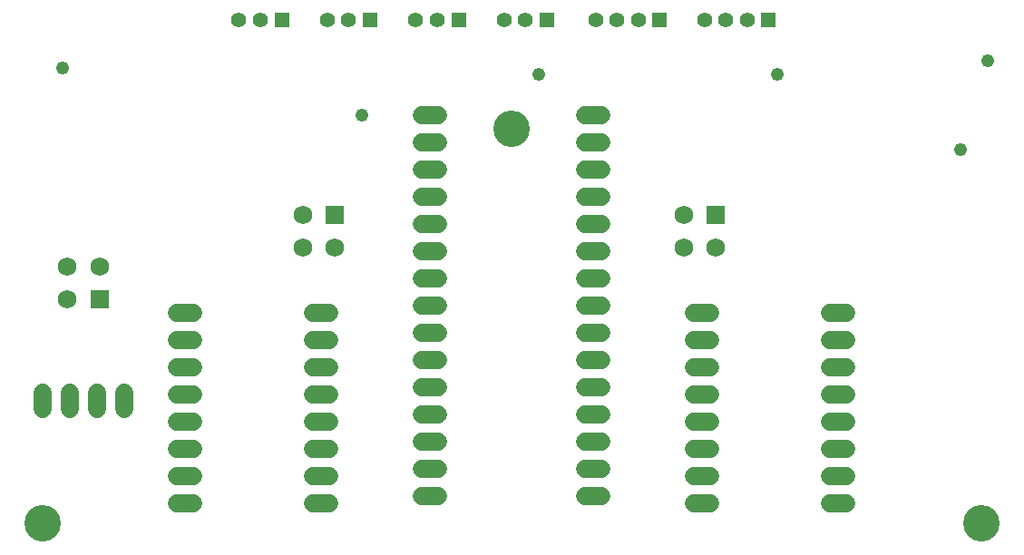
<source format=gbs>
G75*
%MOIN*%
%OFA0B0*%
%FSLAX25Y25*%
%IPPOS*%
%LPD*%
%AMOC8*
5,1,8,0,0,1.08239X$1,22.5*
%
%ADD10C,0.13398*%
%ADD11C,0.06800*%
%ADD12R,0.06824X0.06824*%
%ADD13C,0.06824*%
%ADD14R,0.05600X0.05600*%
%ADD15C,0.05600*%
%ADD16C,0.04762*%
D10*
X0016800Y0014300D03*
X0189300Y0159300D03*
X0361800Y0014300D03*
D11*
X0312300Y0021800D02*
X0306300Y0021800D01*
X0306300Y0031800D02*
X0312300Y0031800D01*
X0312300Y0041800D02*
X0306300Y0041800D01*
X0306300Y0051800D02*
X0312300Y0051800D01*
X0312300Y0061800D02*
X0306300Y0061800D01*
X0306300Y0071800D02*
X0312300Y0071800D01*
X0312300Y0081800D02*
X0306300Y0081800D01*
X0306300Y0091800D02*
X0312300Y0091800D01*
X0262300Y0091800D02*
X0256300Y0091800D01*
X0256300Y0081800D02*
X0262300Y0081800D01*
X0262300Y0071800D02*
X0256300Y0071800D01*
X0256300Y0061800D02*
X0262300Y0061800D01*
X0262300Y0051800D02*
X0256300Y0051800D01*
X0256300Y0041800D02*
X0262300Y0041800D01*
X0262300Y0031800D02*
X0256300Y0031800D01*
X0256300Y0021800D02*
X0262300Y0021800D01*
X0222300Y0024300D02*
X0216300Y0024300D01*
X0216300Y0034300D02*
X0222300Y0034300D01*
X0222300Y0044300D02*
X0216300Y0044300D01*
X0216300Y0054300D02*
X0222300Y0054300D01*
X0222300Y0064300D02*
X0216300Y0064300D01*
X0216300Y0074300D02*
X0222300Y0074300D01*
X0222300Y0084300D02*
X0216300Y0084300D01*
X0216300Y0094300D02*
X0222300Y0094300D01*
X0222300Y0104300D02*
X0216300Y0104300D01*
X0216300Y0114300D02*
X0222300Y0114300D01*
X0222300Y0124300D02*
X0216300Y0124300D01*
X0216300Y0134300D02*
X0222300Y0134300D01*
X0222300Y0144300D02*
X0216300Y0144300D01*
X0216300Y0154300D02*
X0222300Y0154300D01*
X0222300Y0164300D02*
X0216300Y0164300D01*
X0162300Y0164300D02*
X0156300Y0164300D01*
X0156300Y0154300D02*
X0162300Y0154300D01*
X0162300Y0144300D02*
X0156300Y0144300D01*
X0156300Y0134300D02*
X0162300Y0134300D01*
X0162300Y0124300D02*
X0156300Y0124300D01*
X0156300Y0114300D02*
X0162300Y0114300D01*
X0162300Y0104300D02*
X0156300Y0104300D01*
X0156300Y0094300D02*
X0162300Y0094300D01*
X0162300Y0084300D02*
X0156300Y0084300D01*
X0156300Y0074300D02*
X0162300Y0074300D01*
X0162300Y0064300D02*
X0156300Y0064300D01*
X0156300Y0054300D02*
X0162300Y0054300D01*
X0162300Y0044300D02*
X0156300Y0044300D01*
X0156300Y0034300D02*
X0162300Y0034300D01*
X0162300Y0024300D02*
X0156300Y0024300D01*
X0122300Y0021800D02*
X0116300Y0021800D01*
X0116300Y0031800D02*
X0122300Y0031800D01*
X0122300Y0041800D02*
X0116300Y0041800D01*
X0116300Y0051800D02*
X0122300Y0051800D01*
X0122300Y0061800D02*
X0116300Y0061800D01*
X0116300Y0071800D02*
X0122300Y0071800D01*
X0122300Y0081800D02*
X0116300Y0081800D01*
X0116300Y0091800D02*
X0122300Y0091800D01*
X0072300Y0091800D02*
X0066300Y0091800D01*
X0066300Y0081800D02*
X0072300Y0081800D01*
X0072300Y0071800D02*
X0066300Y0071800D01*
X0066300Y0061800D02*
X0072300Y0061800D01*
X0072300Y0051800D02*
X0066300Y0051800D01*
X0066300Y0041800D02*
X0072300Y0041800D01*
X0072300Y0031800D02*
X0066300Y0031800D01*
X0066300Y0021800D02*
X0072300Y0021800D01*
X0046800Y0056300D02*
X0046800Y0062300D01*
X0036800Y0062300D02*
X0036800Y0056300D01*
X0026800Y0056300D02*
X0026800Y0062300D01*
X0016800Y0062300D02*
X0016800Y0056300D01*
D12*
X0037706Y0096800D03*
X0124300Y0127706D03*
X0264300Y0127706D03*
D13*
X0252489Y0127706D03*
X0252489Y0115894D03*
X0264300Y0115894D03*
X0124300Y0115894D03*
X0112489Y0115894D03*
X0112489Y0127706D03*
X0037706Y0108611D03*
X0025894Y0108611D03*
X0025894Y0096800D03*
D14*
X0104674Y0199300D03*
X0137174Y0199300D03*
X0169674Y0199300D03*
X0202174Y0199300D03*
X0243611Y0199300D03*
X0283611Y0199300D03*
D15*
X0275737Y0199300D03*
X0267863Y0199300D03*
X0259989Y0199300D03*
X0235737Y0199300D03*
X0227863Y0199300D03*
X0219989Y0199300D03*
X0194300Y0199300D03*
X0186426Y0199300D03*
X0161800Y0199300D03*
X0153926Y0199300D03*
X0129300Y0199300D03*
X0121426Y0199300D03*
X0096800Y0199300D03*
X0088926Y0199300D03*
D16*
X0134300Y0164300D03*
X0199300Y0179300D03*
X0286800Y0179300D03*
X0354300Y0151800D03*
X0364300Y0184300D03*
X0024300Y0181800D03*
M02*

</source>
